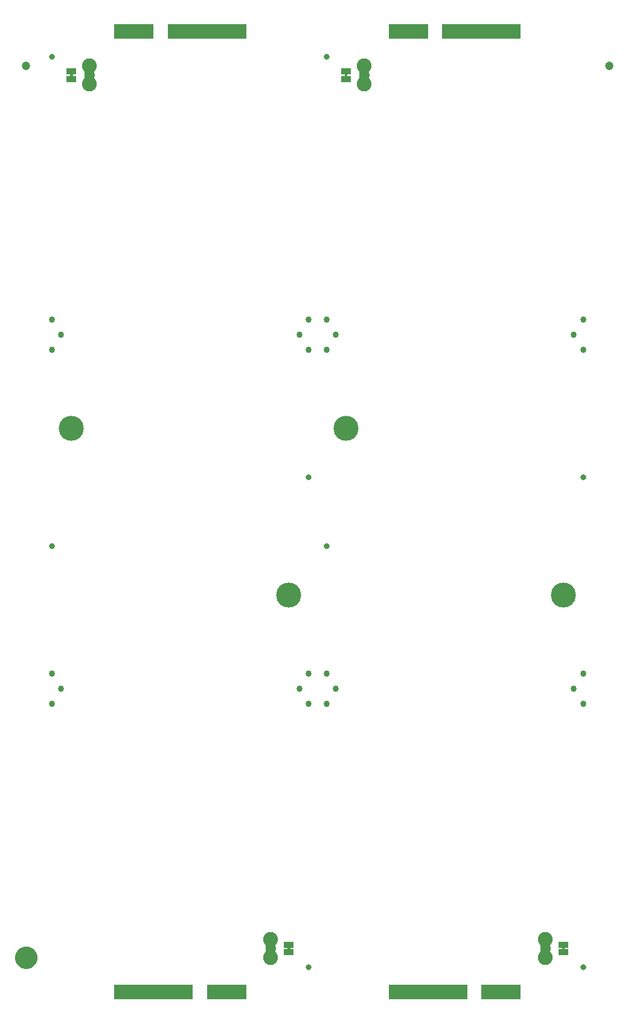
<source format=gbs>
G04 EAGLE Gerber RS-274X export*
G75*
%MOMM*%
%FSLAX34Y34*%
%LPD*%
%INSoldermask Bottom*%
%IPPOS*%
%AMOC8*
5,1,8,0,0,1.08239X$1,22.5*%
G01*
%ADD10C,0.838200*%
%ADD11R,1.473200X0.838200*%
%ADD12C,2.082800*%
%ADD13R,1.473200X0.863600*%
%ADD14C,3.505200*%
%ADD15R,0.553200X2.153200*%
%ADD16C,0.863600*%
%ADD17C,1.203200*%
%ADD18C,1.270000*%
%ADD19C,1.703200*%

G36*
X454750Y1297470D02*
X454750Y1297470D01*
X454816Y1297472D01*
X454860Y1297489D01*
X454906Y1297498D01*
X454963Y1297531D01*
X455024Y1297556D01*
X455059Y1297588D01*
X455099Y1297612D01*
X455141Y1297663D01*
X455189Y1297707D01*
X455211Y1297750D01*
X455241Y1297786D01*
X455262Y1297848D01*
X455292Y1297907D01*
X455300Y1297961D01*
X455313Y1297999D01*
X455312Y1298038D01*
X455320Y1298092D01*
X455320Y1301902D01*
X455308Y1301967D01*
X455306Y1302033D01*
X455288Y1302077D01*
X455280Y1302123D01*
X455246Y1302180D01*
X455222Y1302241D01*
X455190Y1302276D01*
X455166Y1302316D01*
X455115Y1302358D01*
X455070Y1302406D01*
X455028Y1302428D01*
X454992Y1302458D01*
X454929Y1302479D01*
X454871Y1302509D01*
X454816Y1302517D01*
X454779Y1302530D01*
X454740Y1302529D01*
X454685Y1302537D01*
X441477Y1302537D01*
X441413Y1302525D01*
X441347Y1302523D01*
X441303Y1302505D01*
X441257Y1302497D01*
X441200Y1302463D01*
X441139Y1302439D01*
X441104Y1302407D01*
X441063Y1302383D01*
X441022Y1302332D01*
X440973Y1302287D01*
X440952Y1302245D01*
X440922Y1302209D01*
X440901Y1302146D01*
X440871Y1302088D01*
X440863Y1302033D01*
X440850Y1301996D01*
X440850Y1301992D01*
X440851Y1301956D01*
X440843Y1301902D01*
X440843Y1298092D01*
X440855Y1298028D01*
X440857Y1297962D01*
X440874Y1297918D01*
X440883Y1297872D01*
X440916Y1297815D01*
X440941Y1297754D01*
X440973Y1297719D01*
X440997Y1297678D01*
X441048Y1297637D01*
X441092Y1297588D01*
X441135Y1297567D01*
X441171Y1297537D01*
X441233Y1297516D01*
X441292Y1297486D01*
X441346Y1297478D01*
X441384Y1297465D01*
X441423Y1297466D01*
X441477Y1297458D01*
X454685Y1297458D01*
X454750Y1297470D01*
G37*
G36*
X69686Y1297470D02*
X69686Y1297470D01*
X69752Y1297472D01*
X69796Y1297489D01*
X69842Y1297498D01*
X69899Y1297531D01*
X69960Y1297556D01*
X69995Y1297588D01*
X70035Y1297612D01*
X70077Y1297663D01*
X70125Y1297707D01*
X70147Y1297750D01*
X70177Y1297786D01*
X70198Y1297848D01*
X70228Y1297907D01*
X70236Y1297961D01*
X70249Y1297999D01*
X70248Y1298038D01*
X70256Y1298092D01*
X70256Y1301902D01*
X70244Y1301967D01*
X70242Y1302033D01*
X70224Y1302077D01*
X70216Y1302123D01*
X70182Y1302180D01*
X70158Y1302241D01*
X70126Y1302276D01*
X70102Y1302316D01*
X70051Y1302358D01*
X70006Y1302406D01*
X69964Y1302428D01*
X69928Y1302458D01*
X69865Y1302479D01*
X69807Y1302509D01*
X69752Y1302517D01*
X69715Y1302530D01*
X69676Y1302529D01*
X69621Y1302537D01*
X56413Y1302537D01*
X56349Y1302525D01*
X56283Y1302523D01*
X56239Y1302505D01*
X56193Y1302497D01*
X56136Y1302463D01*
X56075Y1302439D01*
X56040Y1302407D01*
X55999Y1302383D01*
X55958Y1302332D01*
X55909Y1302287D01*
X55888Y1302245D01*
X55858Y1302209D01*
X55837Y1302146D01*
X55807Y1302088D01*
X55799Y1302033D01*
X55786Y1301996D01*
X55786Y1301992D01*
X55787Y1301956D01*
X55779Y1301902D01*
X55779Y1298092D01*
X55791Y1298028D01*
X55793Y1297962D01*
X55810Y1297918D01*
X55819Y1297872D01*
X55852Y1297815D01*
X55877Y1297754D01*
X55909Y1297719D01*
X55933Y1297678D01*
X55984Y1297637D01*
X56028Y1297588D01*
X56071Y1297567D01*
X56107Y1297537D01*
X56169Y1297516D01*
X56228Y1297486D01*
X56282Y1297478D01*
X56320Y1297465D01*
X56359Y1297466D01*
X56413Y1297458D01*
X69621Y1297458D01*
X69686Y1297470D01*
G37*
G36*
X708750Y73672D02*
X708750Y73672D01*
X708816Y73674D01*
X708860Y73692D01*
X708906Y73700D01*
X708963Y73734D01*
X709024Y73759D01*
X709059Y73790D01*
X709099Y73815D01*
X709141Y73866D01*
X709189Y73910D01*
X709211Y73952D01*
X709241Y73989D01*
X709262Y74051D01*
X709292Y74110D01*
X709300Y74164D01*
X709313Y74201D01*
X709312Y74241D01*
X709320Y74295D01*
X709320Y78105D01*
X709308Y78170D01*
X709306Y78236D01*
X709288Y78279D01*
X709280Y78326D01*
X709246Y78383D01*
X709222Y78443D01*
X709190Y78478D01*
X709166Y78519D01*
X709115Y78561D01*
X709070Y78609D01*
X709028Y78631D01*
X708992Y78660D01*
X708929Y78681D01*
X708871Y78712D01*
X708816Y78720D01*
X708779Y78732D01*
X708740Y78731D01*
X708685Y78739D01*
X695477Y78739D01*
X695413Y78728D01*
X695347Y78726D01*
X695303Y78708D01*
X695257Y78700D01*
X695200Y78666D01*
X695139Y78641D01*
X695104Y78610D01*
X695063Y78585D01*
X695022Y78534D01*
X694973Y78490D01*
X694952Y78448D01*
X694922Y78411D01*
X694901Y78349D01*
X694871Y78290D01*
X694863Y78236D01*
X694850Y78199D01*
X694850Y78195D01*
X694850Y78194D01*
X694851Y78159D01*
X694843Y78105D01*
X694843Y74295D01*
X694855Y74230D01*
X694857Y74164D01*
X694874Y74121D01*
X694883Y74074D01*
X694916Y74017D01*
X694941Y73957D01*
X694973Y73922D01*
X694997Y73881D01*
X695048Y73840D01*
X695092Y73791D01*
X695135Y73769D01*
X695171Y73740D01*
X695233Y73719D01*
X695292Y73688D01*
X695346Y73680D01*
X695384Y73668D01*
X695423Y73669D01*
X695477Y73661D01*
X708685Y73661D01*
X708750Y73672D01*
G37*
G36*
X323661Y73672D02*
X323661Y73672D01*
X323727Y73674D01*
X323770Y73692D01*
X323817Y73700D01*
X323874Y73734D01*
X323934Y73759D01*
X323969Y73790D01*
X324010Y73815D01*
X324052Y73866D01*
X324100Y73910D01*
X324122Y73952D01*
X324151Y73989D01*
X324172Y74051D01*
X324203Y74110D01*
X324211Y74164D01*
X324223Y74201D01*
X324222Y74241D01*
X324230Y74295D01*
X324230Y78105D01*
X324219Y78170D01*
X324217Y78236D01*
X324199Y78279D01*
X324191Y78326D01*
X324157Y78383D01*
X324132Y78443D01*
X324101Y78478D01*
X324076Y78519D01*
X324025Y78561D01*
X323981Y78609D01*
X323939Y78631D01*
X323902Y78660D01*
X323840Y78681D01*
X323781Y78712D01*
X323727Y78720D01*
X323690Y78732D01*
X323650Y78731D01*
X323596Y78739D01*
X310388Y78739D01*
X310323Y78728D01*
X310257Y78726D01*
X310214Y78708D01*
X310167Y78700D01*
X310110Y78666D01*
X310050Y78641D01*
X310015Y78610D01*
X309974Y78585D01*
X309933Y78534D01*
X309884Y78490D01*
X309862Y78448D01*
X309833Y78411D01*
X309812Y78349D01*
X309781Y78290D01*
X309773Y78236D01*
X309761Y78199D01*
X309761Y78195D01*
X309761Y78194D01*
X309762Y78159D01*
X309754Y78105D01*
X309754Y74295D01*
X309765Y74230D01*
X309767Y74164D01*
X309785Y74121D01*
X309793Y74074D01*
X309827Y74017D01*
X309852Y73957D01*
X309883Y73922D01*
X309908Y73881D01*
X309959Y73840D01*
X310003Y73791D01*
X310045Y73769D01*
X310082Y73740D01*
X310144Y73719D01*
X310203Y73688D01*
X310257Y73680D01*
X310294Y73668D01*
X310334Y73669D01*
X310388Y73661D01*
X323596Y73661D01*
X323661Y73672D01*
G37*
G36*
X424016Y1297470D02*
X424016Y1297470D01*
X424082Y1297472D01*
X424126Y1297489D01*
X424172Y1297498D01*
X424229Y1297531D01*
X424290Y1297556D01*
X424325Y1297588D01*
X424365Y1297612D01*
X424407Y1297663D01*
X424455Y1297707D01*
X424477Y1297750D01*
X424507Y1297786D01*
X424528Y1297848D01*
X424558Y1297907D01*
X424566Y1297961D01*
X424579Y1297999D01*
X424578Y1298038D01*
X424586Y1298092D01*
X424586Y1301902D01*
X424574Y1301967D01*
X424572Y1302033D01*
X424554Y1302077D01*
X424546Y1302123D01*
X424512Y1302180D01*
X424488Y1302241D01*
X424456Y1302276D01*
X424432Y1302316D01*
X424381Y1302358D01*
X424336Y1302406D01*
X424294Y1302428D01*
X424258Y1302458D01*
X424195Y1302479D01*
X424137Y1302509D01*
X424082Y1302517D01*
X424045Y1302530D01*
X424006Y1302529D01*
X423951Y1302537D01*
X421411Y1302537D01*
X421347Y1302525D01*
X421281Y1302523D01*
X421237Y1302505D01*
X421191Y1302497D01*
X421134Y1302463D01*
X421073Y1302439D01*
X421038Y1302407D01*
X420997Y1302383D01*
X420956Y1302332D01*
X420907Y1302287D01*
X420886Y1302245D01*
X420856Y1302209D01*
X420835Y1302146D01*
X420805Y1302088D01*
X420797Y1302033D01*
X420784Y1301996D01*
X420784Y1301992D01*
X420785Y1301956D01*
X420777Y1301902D01*
X420777Y1298092D01*
X420789Y1298028D01*
X420791Y1297962D01*
X420808Y1297918D01*
X420817Y1297872D01*
X420850Y1297815D01*
X420875Y1297754D01*
X420907Y1297719D01*
X420931Y1297678D01*
X420982Y1297637D01*
X421026Y1297588D01*
X421069Y1297567D01*
X421105Y1297537D01*
X421167Y1297516D01*
X421226Y1297486D01*
X421280Y1297478D01*
X421318Y1297465D01*
X421357Y1297466D01*
X421411Y1297458D01*
X423951Y1297458D01*
X424016Y1297470D01*
G37*
G36*
X38952Y1297470D02*
X38952Y1297470D01*
X39018Y1297472D01*
X39062Y1297489D01*
X39108Y1297498D01*
X39165Y1297531D01*
X39226Y1297556D01*
X39261Y1297588D01*
X39301Y1297612D01*
X39343Y1297663D01*
X39391Y1297707D01*
X39413Y1297750D01*
X39443Y1297786D01*
X39464Y1297848D01*
X39494Y1297907D01*
X39502Y1297961D01*
X39515Y1297999D01*
X39514Y1298038D01*
X39522Y1298092D01*
X39522Y1301902D01*
X39510Y1301967D01*
X39508Y1302033D01*
X39490Y1302077D01*
X39482Y1302123D01*
X39448Y1302180D01*
X39424Y1302241D01*
X39392Y1302276D01*
X39368Y1302316D01*
X39317Y1302358D01*
X39272Y1302406D01*
X39230Y1302428D01*
X39194Y1302458D01*
X39131Y1302479D01*
X39073Y1302509D01*
X39018Y1302517D01*
X38981Y1302530D01*
X38942Y1302529D01*
X38887Y1302537D01*
X36347Y1302537D01*
X36283Y1302525D01*
X36217Y1302523D01*
X36173Y1302505D01*
X36127Y1302497D01*
X36070Y1302463D01*
X36009Y1302439D01*
X35974Y1302407D01*
X35933Y1302383D01*
X35892Y1302332D01*
X35843Y1302287D01*
X35822Y1302245D01*
X35792Y1302209D01*
X35771Y1302146D01*
X35741Y1302088D01*
X35733Y1302033D01*
X35720Y1301996D01*
X35720Y1301992D01*
X35721Y1301956D01*
X35713Y1301902D01*
X35713Y1298092D01*
X35725Y1298028D01*
X35727Y1297962D01*
X35744Y1297918D01*
X35753Y1297872D01*
X35786Y1297815D01*
X35811Y1297754D01*
X35843Y1297719D01*
X35867Y1297678D01*
X35918Y1297637D01*
X35962Y1297588D01*
X36005Y1297567D01*
X36041Y1297537D01*
X36103Y1297516D01*
X36162Y1297486D01*
X36216Y1297478D01*
X36254Y1297465D01*
X36293Y1297466D01*
X36347Y1297458D01*
X38887Y1297458D01*
X38952Y1297470D01*
G37*
G36*
X728816Y73672D02*
X728816Y73672D01*
X728882Y73674D01*
X728926Y73692D01*
X728972Y73700D01*
X729029Y73734D01*
X729090Y73759D01*
X729125Y73790D01*
X729165Y73815D01*
X729207Y73866D01*
X729255Y73910D01*
X729277Y73952D01*
X729307Y73989D01*
X729328Y74051D01*
X729358Y74110D01*
X729366Y74164D01*
X729379Y74201D01*
X729378Y74241D01*
X729386Y74295D01*
X729386Y78105D01*
X729374Y78170D01*
X729372Y78236D01*
X729354Y78279D01*
X729346Y78326D01*
X729312Y78383D01*
X729288Y78443D01*
X729256Y78478D01*
X729232Y78519D01*
X729181Y78561D01*
X729136Y78609D01*
X729094Y78631D01*
X729058Y78660D01*
X728995Y78681D01*
X728937Y78712D01*
X728882Y78720D01*
X728845Y78732D01*
X728806Y78731D01*
X728751Y78739D01*
X726211Y78739D01*
X726147Y78728D01*
X726081Y78726D01*
X726037Y78708D01*
X725991Y78700D01*
X725934Y78666D01*
X725873Y78641D01*
X725838Y78610D01*
X725797Y78585D01*
X725756Y78534D01*
X725707Y78490D01*
X725686Y78448D01*
X725656Y78411D01*
X725635Y78349D01*
X725605Y78290D01*
X725597Y78236D01*
X725584Y78199D01*
X725584Y78195D01*
X725584Y78194D01*
X725585Y78159D01*
X725577Y78105D01*
X725577Y74295D01*
X725589Y74230D01*
X725591Y74164D01*
X725608Y74121D01*
X725617Y74074D01*
X725650Y74017D01*
X725675Y73957D01*
X725707Y73922D01*
X725731Y73881D01*
X725782Y73840D01*
X725826Y73791D01*
X725869Y73769D01*
X725905Y73740D01*
X725967Y73719D01*
X726026Y73688D01*
X726080Y73680D01*
X726118Y73668D01*
X726157Y73669D01*
X726211Y73661D01*
X728751Y73661D01*
X728816Y73672D01*
G37*
G36*
X343727Y73672D02*
X343727Y73672D01*
X343793Y73674D01*
X343836Y73692D01*
X343883Y73700D01*
X343940Y73734D01*
X344000Y73759D01*
X344035Y73790D01*
X344076Y73815D01*
X344118Y73866D01*
X344166Y73910D01*
X344188Y73952D01*
X344217Y73989D01*
X344238Y74051D01*
X344269Y74110D01*
X344277Y74164D01*
X344289Y74201D01*
X344288Y74241D01*
X344296Y74295D01*
X344296Y78105D01*
X344285Y78170D01*
X344283Y78236D01*
X344265Y78279D01*
X344257Y78326D01*
X344223Y78383D01*
X344198Y78443D01*
X344167Y78478D01*
X344142Y78519D01*
X344091Y78561D01*
X344047Y78609D01*
X344005Y78631D01*
X343968Y78660D01*
X343906Y78681D01*
X343847Y78712D01*
X343793Y78720D01*
X343756Y78732D01*
X343716Y78731D01*
X343662Y78739D01*
X341122Y78739D01*
X341057Y78728D01*
X340991Y78726D01*
X340948Y78708D01*
X340901Y78700D01*
X340844Y78666D01*
X340784Y78641D01*
X340749Y78610D01*
X340708Y78585D01*
X340667Y78534D01*
X340618Y78490D01*
X340596Y78448D01*
X340567Y78411D01*
X340546Y78349D01*
X340515Y78290D01*
X340507Y78236D01*
X340495Y78199D01*
X340495Y78195D01*
X340495Y78194D01*
X340496Y78159D01*
X340488Y78105D01*
X340488Y74295D01*
X340499Y74230D01*
X340501Y74164D01*
X340519Y74121D01*
X340527Y74074D01*
X340561Y74017D01*
X340586Y73957D01*
X340617Y73922D01*
X340642Y73881D01*
X340693Y73840D01*
X340737Y73791D01*
X340779Y73769D01*
X340816Y73740D01*
X340878Y73719D01*
X340937Y73688D01*
X340991Y73680D01*
X341028Y73668D01*
X341068Y73669D01*
X341122Y73661D01*
X343662Y73661D01*
X343727Y73672D01*
G37*
D10*
X369992Y50000D03*
X9992Y640000D03*
D11*
X316992Y71120D03*
X316992Y81280D03*
D12*
X316992Y63500D03*
X316992Y88900D03*
D13*
X342392Y70993D03*
X342392Y81407D03*
D14*
X342392Y571500D03*
D15*
X279992Y15250D03*
X274992Y15250D03*
X269992Y15250D03*
X264992Y15250D03*
X259992Y15250D03*
X254992Y15250D03*
X249992Y15250D03*
X244992Y15250D03*
X239992Y15250D03*
X234992Y15250D03*
X229992Y15250D03*
X204992Y15250D03*
X199992Y15250D03*
X194992Y15250D03*
X189992Y15250D03*
X184992Y15250D03*
X179992Y15250D03*
X174992Y15250D03*
X169992Y15250D03*
X164992Y15250D03*
X159992Y15250D03*
X154992Y15250D03*
X149992Y15250D03*
X144992Y15250D03*
X139992Y15250D03*
X134992Y15250D03*
X129992Y15250D03*
X124992Y15250D03*
X119992Y15250D03*
X114992Y15250D03*
X109992Y15250D03*
X104992Y15250D03*
X99992Y15250D03*
D16*
X369992Y461000D03*
X369992Y419000D03*
X356992Y440000D03*
X9992Y419000D03*
X9992Y461000D03*
X22992Y440000D03*
D10*
X755081Y50000D03*
X395081Y640000D03*
D11*
X702081Y71120D03*
X702081Y81280D03*
D12*
X702081Y63500D03*
X702081Y88900D03*
D13*
X727481Y70993D03*
X727481Y81407D03*
D14*
X727481Y571500D03*
D15*
X665081Y15250D03*
X660081Y15250D03*
X655081Y15250D03*
X650081Y15250D03*
X645081Y15250D03*
X640081Y15250D03*
X635081Y15250D03*
X630081Y15250D03*
X625081Y15250D03*
X620081Y15250D03*
X615081Y15250D03*
X590081Y15250D03*
X585081Y15250D03*
X580081Y15250D03*
X575081Y15250D03*
X570081Y15250D03*
X565081Y15250D03*
X560081Y15250D03*
X555081Y15250D03*
X550081Y15250D03*
X545081Y15250D03*
X540081Y15250D03*
X535081Y15250D03*
X530081Y15250D03*
X525081Y15250D03*
X520081Y15250D03*
X515081Y15250D03*
X510081Y15250D03*
X505081Y15250D03*
X500081Y15250D03*
X495081Y15250D03*
X490081Y15250D03*
X485081Y15250D03*
D16*
X755081Y461000D03*
X755081Y419000D03*
X742081Y440000D03*
X395081Y419000D03*
X395081Y461000D03*
X408081Y440000D03*
D10*
X10017Y1326197D03*
X370017Y736197D03*
D11*
X63017Y1305077D03*
X63017Y1294917D03*
D12*
X63017Y1312697D03*
X63017Y1287297D03*
D13*
X37617Y1305204D03*
X37617Y1294790D03*
D14*
X37617Y804697D03*
D15*
X100017Y1360947D03*
X105017Y1360947D03*
X110017Y1360947D03*
X115017Y1360947D03*
X120017Y1360947D03*
X125017Y1360947D03*
X130017Y1360947D03*
X135017Y1360947D03*
X140017Y1360947D03*
X145017Y1360947D03*
X150017Y1360947D03*
X175017Y1360947D03*
X180017Y1360947D03*
X185017Y1360947D03*
X190017Y1360947D03*
X195017Y1360947D03*
X200017Y1360947D03*
X205017Y1360947D03*
X210017Y1360947D03*
X215017Y1360947D03*
X220017Y1360947D03*
X225017Y1360947D03*
X230017Y1360947D03*
X235017Y1360947D03*
X240017Y1360947D03*
X245017Y1360947D03*
X250017Y1360947D03*
X255017Y1360947D03*
X260017Y1360947D03*
X265017Y1360947D03*
X270017Y1360947D03*
X275017Y1360947D03*
X280017Y1360947D03*
D16*
X10017Y915197D03*
X10017Y957197D03*
X23017Y936197D03*
X370017Y957197D03*
X370017Y915197D03*
X357017Y936197D03*
D10*
X395081Y1326197D03*
X755081Y736197D03*
D11*
X448081Y1305077D03*
X448081Y1294917D03*
D12*
X448081Y1312697D03*
X448081Y1287297D03*
D13*
X422681Y1305204D03*
X422681Y1294790D03*
D14*
X422681Y804697D03*
D15*
X485081Y1360947D03*
X490081Y1360947D03*
X495081Y1360947D03*
X500081Y1360947D03*
X505081Y1360947D03*
X510081Y1360947D03*
X515081Y1360947D03*
X520081Y1360947D03*
X525081Y1360947D03*
X530081Y1360947D03*
X535081Y1360947D03*
X560081Y1360947D03*
X565081Y1360947D03*
X570081Y1360947D03*
X575081Y1360947D03*
X580081Y1360947D03*
X585081Y1360947D03*
X590081Y1360947D03*
X595081Y1360947D03*
X600081Y1360947D03*
X605081Y1360947D03*
X610081Y1360947D03*
X615081Y1360947D03*
X620081Y1360947D03*
X625081Y1360947D03*
X630081Y1360947D03*
X635081Y1360947D03*
X640081Y1360947D03*
X645081Y1360947D03*
X650081Y1360947D03*
X655081Y1360947D03*
X660081Y1360947D03*
X665081Y1360947D03*
D16*
X395081Y915197D03*
X395081Y957197D03*
X408081Y936197D03*
X755081Y957197D03*
X755081Y915197D03*
X742081Y936197D03*
D17*
X-26238Y1312697D03*
X791337Y1312697D03*
D18*
X-35293Y63500D02*
X-35290Y63722D01*
X-35282Y63944D01*
X-35268Y64166D01*
X-35249Y64388D01*
X-35225Y64608D01*
X-35195Y64829D01*
X-35160Y65048D01*
X-35119Y65267D01*
X-35073Y65484D01*
X-35022Y65700D01*
X-34965Y65915D01*
X-34903Y66129D01*
X-34836Y66340D01*
X-34764Y66551D01*
X-34686Y66759D01*
X-34604Y66965D01*
X-34516Y67169D01*
X-34424Y67372D01*
X-34326Y67571D01*
X-34224Y67768D01*
X-34117Y67963D01*
X-34005Y68155D01*
X-33888Y68344D01*
X-33767Y68531D01*
X-33641Y68714D01*
X-33511Y68894D01*
X-33376Y69071D01*
X-33238Y69244D01*
X-33095Y69414D01*
X-32947Y69581D01*
X-32796Y69744D01*
X-32641Y69903D01*
X-32482Y70058D01*
X-32319Y70209D01*
X-32152Y70357D01*
X-31982Y70500D01*
X-31809Y70638D01*
X-31632Y70773D01*
X-31452Y70903D01*
X-31269Y71029D01*
X-31082Y71150D01*
X-30893Y71267D01*
X-30701Y71379D01*
X-30506Y71486D01*
X-30309Y71588D01*
X-30110Y71686D01*
X-29907Y71778D01*
X-29703Y71866D01*
X-29497Y71948D01*
X-29289Y72026D01*
X-29078Y72098D01*
X-28867Y72165D01*
X-28653Y72227D01*
X-28438Y72284D01*
X-28222Y72335D01*
X-28005Y72381D01*
X-27786Y72422D01*
X-27567Y72457D01*
X-27346Y72487D01*
X-27126Y72511D01*
X-26904Y72530D01*
X-26682Y72544D01*
X-26460Y72552D01*
X-26238Y72555D01*
X-26016Y72552D01*
X-25794Y72544D01*
X-25572Y72530D01*
X-25350Y72511D01*
X-25130Y72487D01*
X-24909Y72457D01*
X-24690Y72422D01*
X-24471Y72381D01*
X-24254Y72335D01*
X-24038Y72284D01*
X-23823Y72227D01*
X-23609Y72165D01*
X-23398Y72098D01*
X-23187Y72026D01*
X-22979Y71948D01*
X-22773Y71866D01*
X-22569Y71778D01*
X-22366Y71686D01*
X-22167Y71588D01*
X-21970Y71486D01*
X-21775Y71379D01*
X-21583Y71267D01*
X-21394Y71150D01*
X-21207Y71029D01*
X-21024Y70903D01*
X-20844Y70773D01*
X-20667Y70638D01*
X-20494Y70500D01*
X-20324Y70357D01*
X-20157Y70209D01*
X-19994Y70058D01*
X-19835Y69903D01*
X-19680Y69744D01*
X-19529Y69581D01*
X-19381Y69414D01*
X-19238Y69244D01*
X-19100Y69071D01*
X-18965Y68894D01*
X-18835Y68714D01*
X-18709Y68531D01*
X-18588Y68344D01*
X-18471Y68155D01*
X-18359Y67963D01*
X-18252Y67768D01*
X-18150Y67571D01*
X-18052Y67372D01*
X-17960Y67169D01*
X-17872Y66965D01*
X-17790Y66759D01*
X-17712Y66551D01*
X-17640Y66340D01*
X-17573Y66129D01*
X-17511Y65915D01*
X-17454Y65700D01*
X-17403Y65484D01*
X-17357Y65267D01*
X-17316Y65048D01*
X-17281Y64829D01*
X-17251Y64608D01*
X-17227Y64388D01*
X-17208Y64166D01*
X-17194Y63944D01*
X-17186Y63722D01*
X-17183Y63500D01*
X-17186Y63278D01*
X-17194Y63056D01*
X-17208Y62834D01*
X-17227Y62612D01*
X-17251Y62392D01*
X-17281Y62171D01*
X-17316Y61952D01*
X-17357Y61733D01*
X-17403Y61516D01*
X-17454Y61300D01*
X-17511Y61085D01*
X-17573Y60871D01*
X-17640Y60660D01*
X-17712Y60449D01*
X-17790Y60241D01*
X-17872Y60035D01*
X-17960Y59831D01*
X-18052Y59628D01*
X-18150Y59429D01*
X-18252Y59232D01*
X-18359Y59037D01*
X-18471Y58845D01*
X-18588Y58656D01*
X-18709Y58469D01*
X-18835Y58286D01*
X-18965Y58106D01*
X-19100Y57929D01*
X-19238Y57756D01*
X-19381Y57586D01*
X-19529Y57419D01*
X-19680Y57256D01*
X-19835Y57097D01*
X-19994Y56942D01*
X-20157Y56791D01*
X-20324Y56643D01*
X-20494Y56500D01*
X-20667Y56362D01*
X-20844Y56227D01*
X-21024Y56097D01*
X-21207Y55971D01*
X-21394Y55850D01*
X-21583Y55733D01*
X-21775Y55621D01*
X-21970Y55514D01*
X-22167Y55412D01*
X-22366Y55314D01*
X-22569Y55222D01*
X-22773Y55134D01*
X-22979Y55052D01*
X-23187Y54974D01*
X-23398Y54902D01*
X-23609Y54835D01*
X-23823Y54773D01*
X-24038Y54716D01*
X-24254Y54665D01*
X-24471Y54619D01*
X-24690Y54578D01*
X-24909Y54543D01*
X-25130Y54513D01*
X-25350Y54489D01*
X-25572Y54470D01*
X-25794Y54456D01*
X-26016Y54448D01*
X-26238Y54445D01*
X-26460Y54448D01*
X-26682Y54456D01*
X-26904Y54470D01*
X-27126Y54489D01*
X-27346Y54513D01*
X-27567Y54543D01*
X-27786Y54578D01*
X-28005Y54619D01*
X-28222Y54665D01*
X-28438Y54716D01*
X-28653Y54773D01*
X-28867Y54835D01*
X-29078Y54902D01*
X-29289Y54974D01*
X-29497Y55052D01*
X-29703Y55134D01*
X-29907Y55222D01*
X-30110Y55314D01*
X-30309Y55412D01*
X-30506Y55514D01*
X-30701Y55621D01*
X-30893Y55733D01*
X-31082Y55850D01*
X-31269Y55971D01*
X-31452Y56097D01*
X-31632Y56227D01*
X-31809Y56362D01*
X-31982Y56500D01*
X-32152Y56643D01*
X-32319Y56791D01*
X-32482Y56942D01*
X-32641Y57097D01*
X-32796Y57256D01*
X-32947Y57419D01*
X-33095Y57586D01*
X-33238Y57756D01*
X-33376Y57929D01*
X-33511Y58106D01*
X-33641Y58286D01*
X-33767Y58469D01*
X-33888Y58656D01*
X-34005Y58845D01*
X-34117Y59037D01*
X-34224Y59232D01*
X-34326Y59429D01*
X-34424Y59628D01*
X-34516Y59831D01*
X-34604Y60035D01*
X-34686Y60241D01*
X-34764Y60449D01*
X-34836Y60660D01*
X-34903Y60871D01*
X-34965Y61085D01*
X-35022Y61300D01*
X-35073Y61516D01*
X-35119Y61733D01*
X-35160Y61952D01*
X-35195Y62171D01*
X-35225Y62392D01*
X-35249Y62612D01*
X-35268Y62834D01*
X-35282Y63056D01*
X-35290Y63278D01*
X-35293Y63500D01*
D19*
X-26238Y63500D03*
M02*

</source>
